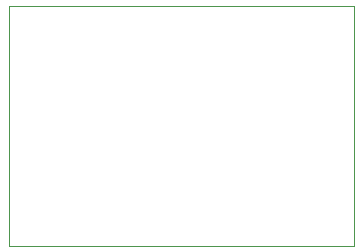
<source format=gbr>
%TF.GenerationSoftware,KiCad,Pcbnew,(5.1.8-0-10_14)*%
%TF.CreationDate,2020-12-28T10:54:56+08:00*%
%TF.ProjectId,HT42B534USB2UART,48543432-4235-4333-9455-534232554152,rev?*%
%TF.SameCoordinates,Original*%
%TF.FileFunction,Profile,NP*%
%FSLAX46Y46*%
G04 Gerber Fmt 4.6, Leading zero omitted, Abs format (unit mm)*
G04 Created by KiCad (PCBNEW (5.1.8-0-10_14)) date 2020-12-28 10:54:56*
%MOMM*%
%LPD*%
G01*
G04 APERTURE LIST*
%TA.AperFunction,Profile*%
%ADD10C,0.050000*%
%TD*%
G04 APERTURE END LIST*
D10*
X97790000Y-100330000D02*
X68580000Y-100330000D01*
X97790000Y-80010000D02*
X97790000Y-100330000D01*
X68580000Y-80010000D02*
X97790000Y-80010000D01*
X68580000Y-80010000D02*
X68580000Y-100330000D01*
M02*

</source>
